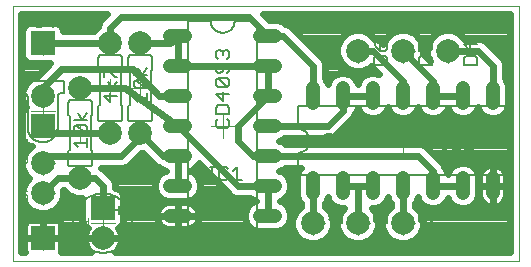
<source format=gbl>
G75*
%MOIN*%
%OFA0B0*%
%FSLAX25Y25*%
%IPPOS*%
%LPD*%
%AMOC8*
5,1,8,0,0,1.08239X$1,22.5*
%
%ADD10C,0.00000*%
%ADD11C,0.00300*%
%ADD12R,0.07874X0.07874*%
%ADD13C,0.00600*%
%ADD14C,0.02400*%
%ADD15C,0.07874*%
%ADD16C,0.00400*%
%ADD17C,0.00500*%
%ADD18C,0.04800*%
D10*
X0002200Y0002200D02*
X0002200Y0087161D01*
X0170901Y0087161D01*
X0170901Y0002200D01*
X0002200Y0002200D01*
X0012200Y0005731D02*
X0012200Y0013669D01*
X0008231Y0009700D02*
X0016169Y0009700D01*
X0028200Y0014700D02*
X0036200Y0014700D01*
X0032200Y0010700D02*
X0032200Y0018700D01*
X0016169Y0024700D02*
X0008231Y0024700D01*
X0012200Y0020731D02*
X0012200Y0028669D01*
X0012200Y0030700D02*
X0012200Y0038700D01*
X0008200Y0034700D02*
X0016200Y0034700D01*
X0024700Y0041767D02*
X0024700Y0047633D01*
X0021767Y0044700D02*
X0027633Y0044700D01*
X0016200Y0052200D02*
X0008200Y0052200D01*
X0012200Y0048200D02*
X0012200Y0056200D01*
X0031767Y0059700D02*
X0037633Y0059700D01*
X0041767Y0059700D02*
X0047633Y0059700D01*
X0044700Y0056767D02*
X0044700Y0062633D01*
X0034700Y0062633D02*
X0034700Y0056767D01*
X0012200Y0070700D02*
X0012200Y0078700D01*
X0008200Y0074700D02*
X0016200Y0074700D01*
X0068200Y0047200D02*
X0076200Y0047200D01*
X0072200Y0043200D02*
X0072200Y0051200D01*
X0113200Y0072200D02*
X0121200Y0072200D01*
X0117200Y0068200D02*
X0117200Y0076200D01*
X0128200Y0072200D02*
X0136200Y0072200D01*
X0132200Y0068200D02*
X0132200Y0076200D01*
X0143200Y0072200D02*
X0151200Y0072200D01*
X0147200Y0068200D02*
X0147200Y0076200D01*
X0132200Y0046200D02*
X0132200Y0038200D01*
X0128200Y0042200D02*
X0136200Y0042200D01*
X0132200Y0018700D02*
X0132200Y0010700D01*
X0128200Y0014700D02*
X0136200Y0014700D01*
X0121200Y0014700D02*
X0113200Y0014700D01*
X0117200Y0010700D02*
X0117200Y0018700D01*
X0106200Y0014700D02*
X0098200Y0014700D01*
X0102200Y0010700D02*
X0102200Y0018700D01*
D11*
X0101417Y0008553D02*
X0100800Y0008553D01*
X0101417Y0008553D02*
X0101417Y0004850D01*
X0100800Y0004850D02*
X0102035Y0004850D01*
X0103256Y0004850D02*
X0105107Y0004850D01*
X0105724Y0005467D01*
X0105107Y0006084D01*
X0103873Y0006084D01*
X0103256Y0006702D01*
X0103873Y0007319D01*
X0105724Y0007319D01*
X0099586Y0006702D02*
X0099586Y0004850D01*
X0097734Y0004850D01*
X0097117Y0005467D01*
X0097734Y0006084D01*
X0099586Y0006084D01*
X0099586Y0006702D02*
X0098969Y0007319D01*
X0097734Y0007319D01*
X0095903Y0007319D02*
X0094051Y0007319D01*
X0093434Y0006702D01*
X0093434Y0005467D01*
X0094051Y0004850D01*
X0095903Y0004850D01*
X0095903Y0008553D01*
X0092220Y0006702D02*
X0092220Y0006084D01*
X0089751Y0006084D01*
X0089751Y0005467D02*
X0089751Y0006702D01*
X0090368Y0007319D01*
X0091602Y0007319D01*
X0092220Y0006702D01*
X0090368Y0004850D02*
X0089751Y0005467D01*
X0090368Y0004850D02*
X0091602Y0004850D01*
X0088536Y0006702D02*
X0087919Y0006084D01*
X0086068Y0006084D01*
X0086068Y0004850D02*
X0086068Y0008553D01*
X0087919Y0008553D01*
X0088536Y0007936D01*
X0088536Y0006702D01*
X0081167Y0007319D02*
X0080550Y0007319D01*
X0079315Y0006084D01*
X0078101Y0006084D02*
X0078101Y0006702D01*
X0077484Y0007319D01*
X0076249Y0007319D01*
X0075632Y0006702D01*
X0075632Y0005467D01*
X0076249Y0004850D01*
X0077484Y0004850D01*
X0078101Y0006084D02*
X0075632Y0006084D01*
X0074418Y0004850D02*
X0072566Y0004850D01*
X0071949Y0005467D01*
X0071949Y0006702D01*
X0072566Y0007319D01*
X0074418Y0007319D01*
X0074418Y0008553D02*
X0074418Y0004850D01*
X0070734Y0005467D02*
X0070734Y0006702D01*
X0070117Y0007319D01*
X0068883Y0007319D01*
X0068266Y0006702D01*
X0068266Y0005467D01*
X0068883Y0004850D01*
X0070117Y0004850D01*
X0070734Y0005467D01*
X0067051Y0004850D02*
X0065200Y0004850D01*
X0064583Y0005467D01*
X0064583Y0006702D01*
X0065200Y0007319D01*
X0067051Y0007319D01*
X0063368Y0006702D02*
X0063368Y0005467D01*
X0062751Y0004850D01*
X0061517Y0004850D01*
X0060899Y0005467D01*
X0060899Y0006702D01*
X0061517Y0007319D01*
X0062751Y0007319D01*
X0063368Y0006702D01*
X0059685Y0006702D02*
X0059685Y0004850D01*
X0059685Y0006702D02*
X0059068Y0007319D01*
X0057216Y0007319D01*
X0057216Y0004850D01*
X0056002Y0006084D02*
X0053533Y0006084D01*
X0053533Y0005467D02*
X0053533Y0006702D01*
X0054150Y0007319D01*
X0055385Y0007319D01*
X0056002Y0006702D01*
X0056002Y0006084D01*
X0055385Y0004850D02*
X0054150Y0004850D01*
X0053533Y0005467D01*
X0052319Y0004850D02*
X0049850Y0008553D01*
X0052319Y0008553D02*
X0049850Y0004850D01*
X0079315Y0004850D02*
X0079315Y0007319D01*
X0144850Y0007936D02*
X0144850Y0005467D01*
X0147319Y0007936D01*
X0147319Y0005467D01*
X0146702Y0004850D01*
X0145467Y0004850D01*
X0144850Y0005467D01*
X0144850Y0007936D02*
X0145467Y0008553D01*
X0146702Y0008553D01*
X0147319Y0007936D01*
X0148533Y0007319D02*
X0149768Y0008553D01*
X0149768Y0004850D01*
X0151002Y0004850D02*
X0148533Y0004850D01*
X0152216Y0004850D02*
X0152833Y0004850D01*
X0152833Y0005467D01*
X0152216Y0005467D01*
X0152216Y0004850D01*
X0154058Y0004850D02*
X0156527Y0007319D01*
X0156527Y0007936D01*
X0155909Y0008553D01*
X0154675Y0008553D01*
X0154058Y0007936D01*
X0157741Y0007936D02*
X0157741Y0005467D01*
X0160210Y0007936D01*
X0160210Y0005467D01*
X0159593Y0004850D01*
X0158358Y0004850D01*
X0157741Y0005467D01*
X0156527Y0004850D02*
X0154058Y0004850D01*
X0157741Y0007936D02*
X0158358Y0008553D01*
X0159593Y0008553D01*
X0160210Y0007936D01*
X0161424Y0007319D02*
X0162659Y0008553D01*
X0162659Y0004850D01*
X0163893Y0004850D02*
X0161424Y0004850D01*
X0165107Y0004850D02*
X0165107Y0005467D01*
X0167576Y0007936D01*
X0167576Y0008553D01*
X0165107Y0008553D01*
X0164833Y0079850D02*
X0164216Y0079850D01*
X0164216Y0080467D01*
X0164833Y0080467D01*
X0164833Y0079850D01*
X0166057Y0080467D02*
X0168526Y0082936D01*
X0168526Y0080467D01*
X0167909Y0079850D01*
X0166675Y0079850D01*
X0166057Y0080467D01*
X0166057Y0082936D01*
X0166675Y0083553D01*
X0167909Y0083553D01*
X0168526Y0082936D01*
X0163002Y0079850D02*
X0160533Y0079850D01*
X0161767Y0079850D02*
X0161767Y0083553D01*
X0160533Y0082319D01*
X0159318Y0082319D02*
X0158084Y0079850D01*
X0156850Y0082319D01*
X0151952Y0081702D02*
X0151952Y0079850D01*
X0151952Y0081702D02*
X0151335Y0082319D01*
X0150100Y0082319D01*
X0149483Y0081702D01*
X0148269Y0082319D02*
X0146417Y0082319D01*
X0145800Y0081702D01*
X0145800Y0080467D01*
X0146417Y0079850D01*
X0148269Y0079850D01*
X0149483Y0079850D02*
X0149483Y0083553D01*
X0144579Y0082319D02*
X0143345Y0082319D01*
X0143962Y0082936D02*
X0143962Y0080467D01*
X0144579Y0079850D01*
X0142124Y0079850D02*
X0140889Y0079850D01*
X0141506Y0079850D02*
X0141506Y0082319D01*
X0140889Y0082319D01*
X0139675Y0082319D02*
X0139675Y0080467D01*
X0139058Y0079850D01*
X0138441Y0080467D01*
X0137823Y0079850D01*
X0137206Y0080467D01*
X0137206Y0082319D01*
X0135992Y0082936D02*
X0135375Y0083553D01*
X0134140Y0083553D01*
X0133523Y0082936D01*
X0133523Y0082319D01*
X0134140Y0081702D01*
X0135375Y0081702D01*
X0135992Y0081084D01*
X0135992Y0080467D01*
X0135375Y0079850D01*
X0134140Y0079850D01*
X0133523Y0080467D01*
X0128625Y0079850D02*
X0128625Y0083553D01*
X0128625Y0082319D02*
X0126774Y0082319D01*
X0126157Y0081702D01*
X0126157Y0080467D01*
X0126774Y0079850D01*
X0128625Y0079850D01*
X0124942Y0081084D02*
X0124942Y0081702D01*
X0124325Y0082319D01*
X0123091Y0082319D01*
X0122474Y0081702D01*
X0122474Y0080467D01*
X0123091Y0079850D01*
X0124325Y0079850D01*
X0124942Y0081084D02*
X0122474Y0081084D01*
X0121256Y0079850D02*
X0119404Y0081084D01*
X0121256Y0082319D01*
X0119404Y0083553D02*
X0119404Y0079850D01*
X0118190Y0079850D02*
X0116338Y0079850D01*
X0115721Y0080467D01*
X0115721Y0081702D01*
X0116338Y0082319D01*
X0118190Y0082319D01*
X0113883Y0082319D02*
X0113883Y0079850D01*
X0113266Y0079850D02*
X0114500Y0079850D01*
X0112051Y0079850D02*
X0112051Y0083553D01*
X0113266Y0082319D02*
X0113883Y0082319D01*
X0113883Y0083553D02*
X0113883Y0084170D01*
X0109583Y0083553D02*
X0109583Y0079850D01*
X0110817Y0081084D01*
X0112051Y0079850D01*
X0104685Y0080467D02*
X0104685Y0081702D01*
X0103451Y0081702D01*
X0104685Y0082936D02*
X0104068Y0083553D01*
X0102833Y0083553D01*
X0102216Y0082936D01*
X0102216Y0080467D01*
X0102833Y0079850D01*
X0104068Y0079850D01*
X0104685Y0080467D01*
X0101002Y0083553D02*
X0098533Y0083553D01*
X0097319Y0083553D02*
X0094850Y0083553D01*
X0096084Y0083553D02*
X0096084Y0079850D01*
X0099768Y0079850D02*
X0099768Y0083553D01*
X0141506Y0083553D02*
X0141506Y0084170D01*
D12*
X0032200Y0019700D03*
X0012200Y0009700D03*
X0012200Y0047200D03*
X0012200Y0074700D03*
D13*
X0011806Y0080000D02*
X0010338Y0080000D01*
X0009604Y0080734D01*
X0010338Y0082202D02*
X0012540Y0082202D01*
X0012540Y0080734D02*
X0012540Y0083670D01*
X0011806Y0084404D01*
X0010338Y0084404D01*
X0009604Y0083670D01*
X0009604Y0082936D01*
X0010338Y0082202D01*
X0007936Y0082202D02*
X0005000Y0082202D01*
X0006468Y0083670D02*
X0006468Y0080734D01*
X0011806Y0080000D02*
X0012540Y0080734D01*
X0014208Y0081468D02*
X0015676Y0080000D01*
X0017144Y0081468D01*
X0017144Y0084404D01*
X0014208Y0084404D02*
X0014208Y0081468D01*
X0031700Y0070763D02*
X0037700Y0070763D01*
X0037760Y0070761D01*
X0037821Y0070756D01*
X0037880Y0070747D01*
X0037939Y0070734D01*
X0037998Y0070718D01*
X0038055Y0070698D01*
X0038110Y0070675D01*
X0038165Y0070648D01*
X0038217Y0070619D01*
X0038268Y0070586D01*
X0038317Y0070550D01*
X0038363Y0070512D01*
X0038407Y0070470D01*
X0038449Y0070426D01*
X0038487Y0070380D01*
X0038523Y0070331D01*
X0038556Y0070280D01*
X0038585Y0070228D01*
X0038612Y0070173D01*
X0038635Y0070118D01*
X0038655Y0070061D01*
X0038671Y0070002D01*
X0038684Y0069943D01*
X0038693Y0069884D01*
X0038698Y0069823D01*
X0038700Y0069763D01*
X0038700Y0065763D01*
X0038200Y0065263D01*
X0038200Y0054137D01*
X0038700Y0053637D01*
X0038700Y0049637D01*
X0038698Y0049577D01*
X0038693Y0049516D01*
X0038684Y0049457D01*
X0038671Y0049398D01*
X0038655Y0049339D01*
X0038635Y0049282D01*
X0038612Y0049227D01*
X0038585Y0049172D01*
X0038556Y0049120D01*
X0038523Y0049069D01*
X0038487Y0049020D01*
X0038449Y0048974D01*
X0038407Y0048930D01*
X0038363Y0048888D01*
X0038317Y0048850D01*
X0038268Y0048814D01*
X0038217Y0048781D01*
X0038165Y0048752D01*
X0038110Y0048725D01*
X0038055Y0048702D01*
X0037998Y0048682D01*
X0037939Y0048666D01*
X0037880Y0048653D01*
X0037821Y0048644D01*
X0037760Y0048639D01*
X0037700Y0048637D01*
X0031700Y0048637D01*
X0031640Y0048639D01*
X0031579Y0048644D01*
X0031520Y0048653D01*
X0031461Y0048666D01*
X0031402Y0048682D01*
X0031345Y0048702D01*
X0031290Y0048725D01*
X0031235Y0048752D01*
X0031183Y0048781D01*
X0031132Y0048814D01*
X0031083Y0048850D01*
X0031037Y0048888D01*
X0030993Y0048930D01*
X0030951Y0048974D01*
X0030913Y0049020D01*
X0030877Y0049069D01*
X0030844Y0049120D01*
X0030815Y0049172D01*
X0030788Y0049227D01*
X0030765Y0049282D01*
X0030745Y0049339D01*
X0030729Y0049398D01*
X0030716Y0049457D01*
X0030707Y0049516D01*
X0030702Y0049577D01*
X0030700Y0049637D01*
X0030700Y0053637D01*
X0031200Y0054137D01*
X0031200Y0065263D01*
X0030700Y0065763D01*
X0030700Y0069763D01*
X0030702Y0069823D01*
X0030707Y0069884D01*
X0030716Y0069943D01*
X0030729Y0070002D01*
X0030745Y0070061D01*
X0030765Y0070118D01*
X0030788Y0070173D01*
X0030815Y0070228D01*
X0030844Y0070280D01*
X0030877Y0070331D01*
X0030913Y0070380D01*
X0030951Y0070426D01*
X0030993Y0070470D01*
X0031037Y0070512D01*
X0031083Y0070550D01*
X0031132Y0070586D01*
X0031183Y0070619D01*
X0031235Y0070648D01*
X0031290Y0070675D01*
X0031345Y0070698D01*
X0031402Y0070718D01*
X0031461Y0070734D01*
X0031520Y0070747D01*
X0031579Y0070756D01*
X0031640Y0070761D01*
X0031700Y0070763D01*
X0032496Y0066376D02*
X0033230Y0066376D01*
X0036166Y0063441D01*
X0036900Y0063441D01*
X0036900Y0061806D02*
X0035432Y0059604D01*
X0033964Y0061806D01*
X0032496Y0063441D02*
X0032496Y0066376D01*
X0040700Y0065763D02*
X0040700Y0069763D01*
X0040702Y0069823D01*
X0040707Y0069884D01*
X0040716Y0069943D01*
X0040729Y0070002D01*
X0040745Y0070061D01*
X0040765Y0070118D01*
X0040788Y0070173D01*
X0040815Y0070228D01*
X0040844Y0070280D01*
X0040877Y0070331D01*
X0040913Y0070380D01*
X0040951Y0070426D01*
X0040993Y0070470D01*
X0041037Y0070512D01*
X0041083Y0070550D01*
X0041132Y0070586D01*
X0041183Y0070619D01*
X0041235Y0070648D01*
X0041290Y0070675D01*
X0041345Y0070698D01*
X0041402Y0070718D01*
X0041461Y0070734D01*
X0041520Y0070747D01*
X0041579Y0070756D01*
X0041640Y0070761D01*
X0041700Y0070763D01*
X0047700Y0070763D01*
X0047760Y0070761D01*
X0047821Y0070756D01*
X0047880Y0070747D01*
X0047939Y0070734D01*
X0047998Y0070718D01*
X0048055Y0070698D01*
X0048110Y0070675D01*
X0048165Y0070648D01*
X0048217Y0070619D01*
X0048268Y0070586D01*
X0048317Y0070550D01*
X0048363Y0070512D01*
X0048407Y0070470D01*
X0048449Y0070426D01*
X0048487Y0070380D01*
X0048523Y0070331D01*
X0048556Y0070280D01*
X0048585Y0070228D01*
X0048612Y0070173D01*
X0048635Y0070118D01*
X0048655Y0070061D01*
X0048671Y0070002D01*
X0048684Y0069943D01*
X0048693Y0069884D01*
X0048698Y0069823D01*
X0048700Y0069763D01*
X0048700Y0065763D01*
X0048200Y0065263D01*
X0048200Y0054137D01*
X0048700Y0053637D01*
X0048700Y0049637D01*
X0048698Y0049577D01*
X0048693Y0049516D01*
X0048684Y0049457D01*
X0048671Y0049398D01*
X0048655Y0049339D01*
X0048635Y0049282D01*
X0048612Y0049227D01*
X0048585Y0049172D01*
X0048556Y0049120D01*
X0048523Y0049069D01*
X0048487Y0049020D01*
X0048449Y0048974D01*
X0048407Y0048930D01*
X0048363Y0048888D01*
X0048317Y0048850D01*
X0048268Y0048814D01*
X0048217Y0048781D01*
X0048165Y0048752D01*
X0048110Y0048725D01*
X0048055Y0048702D01*
X0047998Y0048682D01*
X0047939Y0048666D01*
X0047880Y0048653D01*
X0047821Y0048644D01*
X0047760Y0048639D01*
X0047700Y0048637D01*
X0041700Y0048637D01*
X0041640Y0048639D01*
X0041579Y0048644D01*
X0041520Y0048653D01*
X0041461Y0048666D01*
X0041402Y0048682D01*
X0041345Y0048702D01*
X0041290Y0048725D01*
X0041235Y0048752D01*
X0041183Y0048781D01*
X0041132Y0048814D01*
X0041083Y0048850D01*
X0041037Y0048888D01*
X0040993Y0048930D01*
X0040951Y0048974D01*
X0040913Y0049020D01*
X0040877Y0049069D01*
X0040844Y0049120D01*
X0040815Y0049172D01*
X0040788Y0049227D01*
X0040765Y0049282D01*
X0040745Y0049339D01*
X0040729Y0049398D01*
X0040716Y0049457D01*
X0040707Y0049516D01*
X0040702Y0049577D01*
X0040700Y0049637D01*
X0040700Y0053637D01*
X0041200Y0054137D01*
X0041200Y0065263D01*
X0040700Y0065763D01*
X0042496Y0064208D02*
X0046900Y0064208D01*
X0045432Y0064208D02*
X0043964Y0066410D01*
X0045432Y0064208D02*
X0046900Y0066410D01*
X0046166Y0062540D02*
X0043230Y0062540D01*
X0046166Y0059604D01*
X0046900Y0060338D01*
X0046900Y0061806D01*
X0046166Y0062540D01*
X0043230Y0062540D02*
X0042496Y0061806D01*
X0042496Y0060338D01*
X0043230Y0059604D01*
X0046166Y0059604D01*
X0046900Y0057936D02*
X0046900Y0055000D01*
X0043964Y0055000D02*
X0042496Y0056468D01*
X0046900Y0056468D01*
X0036900Y0057202D02*
X0032496Y0057202D01*
X0034698Y0055000D01*
X0034698Y0057936D01*
X0036900Y0059604D02*
X0032496Y0059604D01*
X0027700Y0055763D02*
X0021700Y0055763D01*
X0021640Y0055761D01*
X0021579Y0055756D01*
X0021520Y0055747D01*
X0021461Y0055734D01*
X0021402Y0055718D01*
X0021345Y0055698D01*
X0021290Y0055675D01*
X0021235Y0055648D01*
X0021183Y0055619D01*
X0021132Y0055586D01*
X0021083Y0055550D01*
X0021037Y0055512D01*
X0020993Y0055470D01*
X0020951Y0055426D01*
X0020913Y0055380D01*
X0020877Y0055331D01*
X0020844Y0055280D01*
X0020815Y0055228D01*
X0020788Y0055173D01*
X0020765Y0055118D01*
X0020745Y0055061D01*
X0020729Y0055002D01*
X0020716Y0054943D01*
X0020707Y0054884D01*
X0020702Y0054823D01*
X0020700Y0054763D01*
X0020700Y0050763D01*
X0021200Y0050263D01*
X0021200Y0039137D01*
X0020700Y0038637D01*
X0020700Y0034637D01*
X0020702Y0034577D01*
X0020707Y0034516D01*
X0020716Y0034457D01*
X0020729Y0034398D01*
X0020745Y0034339D01*
X0020765Y0034282D01*
X0020788Y0034227D01*
X0020815Y0034172D01*
X0020844Y0034120D01*
X0020877Y0034069D01*
X0020913Y0034020D01*
X0020951Y0033974D01*
X0020993Y0033930D01*
X0021037Y0033888D01*
X0021083Y0033850D01*
X0021132Y0033814D01*
X0021183Y0033781D01*
X0021235Y0033752D01*
X0021290Y0033725D01*
X0021345Y0033702D01*
X0021402Y0033682D01*
X0021461Y0033666D01*
X0021520Y0033653D01*
X0021579Y0033644D01*
X0021640Y0033639D01*
X0021700Y0033637D01*
X0027700Y0033637D01*
X0027760Y0033639D01*
X0027821Y0033644D01*
X0027880Y0033653D01*
X0027939Y0033666D01*
X0027998Y0033682D01*
X0028055Y0033702D01*
X0028110Y0033725D01*
X0028165Y0033752D01*
X0028217Y0033781D01*
X0028268Y0033814D01*
X0028317Y0033850D01*
X0028363Y0033888D01*
X0028407Y0033930D01*
X0028449Y0033974D01*
X0028487Y0034020D01*
X0028523Y0034069D01*
X0028556Y0034120D01*
X0028585Y0034172D01*
X0028612Y0034227D01*
X0028635Y0034282D01*
X0028655Y0034339D01*
X0028671Y0034398D01*
X0028684Y0034457D01*
X0028693Y0034516D01*
X0028698Y0034577D01*
X0028700Y0034637D01*
X0028700Y0038637D01*
X0028200Y0039137D01*
X0028200Y0050263D01*
X0028700Y0050763D01*
X0028700Y0054763D01*
X0028698Y0054823D01*
X0028693Y0054884D01*
X0028684Y0054943D01*
X0028671Y0055002D01*
X0028655Y0055061D01*
X0028635Y0055118D01*
X0028612Y0055173D01*
X0028585Y0055228D01*
X0028556Y0055280D01*
X0028523Y0055331D01*
X0028487Y0055380D01*
X0028449Y0055426D01*
X0028407Y0055470D01*
X0028363Y0055512D01*
X0028317Y0055550D01*
X0028268Y0055586D01*
X0028217Y0055619D01*
X0028165Y0055648D01*
X0028110Y0055675D01*
X0028055Y0055698D01*
X0027998Y0055718D01*
X0027939Y0055734D01*
X0027880Y0055747D01*
X0027821Y0055756D01*
X0027760Y0055761D01*
X0027700Y0055763D01*
X0026900Y0051410D02*
X0025432Y0049208D01*
X0023964Y0051410D01*
X0022496Y0049208D02*
X0026900Y0049208D01*
X0026166Y0047540D02*
X0023230Y0047540D01*
X0026166Y0044604D01*
X0026900Y0045338D01*
X0026900Y0046806D01*
X0026166Y0047540D01*
X0023230Y0047540D02*
X0022496Y0046806D01*
X0022496Y0045338D01*
X0023230Y0044604D01*
X0026166Y0044604D01*
X0026900Y0042936D02*
X0026900Y0040000D01*
X0026900Y0041468D02*
X0022496Y0041468D01*
X0023964Y0040000D01*
X0042496Y0023332D02*
X0042496Y0020396D01*
X0046900Y0020396D01*
X0044698Y0020396D02*
X0044698Y0021864D01*
X0038800Y0019200D02*
X0036300Y0019200D01*
X0037600Y0017900D02*
X0037600Y0020500D01*
X0043964Y0018728D02*
X0046900Y0018728D01*
X0046900Y0016526D01*
X0046166Y0015792D01*
X0043964Y0015792D01*
X0046900Y0014124D02*
X0046900Y0011188D01*
X0043964Y0011188D02*
X0042496Y0012656D01*
X0046900Y0012656D01*
X0046900Y0009620D02*
X0046900Y0008886D01*
X0046166Y0008886D01*
X0046166Y0009620D01*
X0046900Y0009620D01*
X0046166Y0007218D02*
X0043230Y0007218D01*
X0046166Y0004282D01*
X0046900Y0005016D01*
X0046900Y0006484D01*
X0046166Y0007218D01*
X0043230Y0007218D02*
X0042496Y0006484D01*
X0042496Y0005016D01*
X0043230Y0004282D01*
X0046166Y0004282D01*
X0060700Y0012200D02*
X0083700Y0012200D01*
X0083700Y0082200D01*
X0076200Y0082200D01*
X0076198Y0082074D01*
X0076192Y0081949D01*
X0076182Y0081824D01*
X0076168Y0081699D01*
X0076151Y0081574D01*
X0076129Y0081450D01*
X0076104Y0081327D01*
X0076074Y0081205D01*
X0076041Y0081084D01*
X0076004Y0080964D01*
X0075964Y0080845D01*
X0075919Y0080728D01*
X0075871Y0080611D01*
X0075819Y0080497D01*
X0075764Y0080384D01*
X0075705Y0080273D01*
X0075643Y0080164D01*
X0075577Y0080057D01*
X0075508Y0079952D01*
X0075436Y0079849D01*
X0075361Y0079748D01*
X0075282Y0079650D01*
X0075200Y0079555D01*
X0075116Y0079462D01*
X0075028Y0079372D01*
X0074938Y0079284D01*
X0074845Y0079200D01*
X0074750Y0079118D01*
X0074652Y0079039D01*
X0074551Y0078964D01*
X0074448Y0078892D01*
X0074343Y0078823D01*
X0074236Y0078757D01*
X0074127Y0078695D01*
X0074016Y0078636D01*
X0073903Y0078581D01*
X0073789Y0078529D01*
X0073672Y0078481D01*
X0073555Y0078436D01*
X0073436Y0078396D01*
X0073316Y0078359D01*
X0073195Y0078326D01*
X0073073Y0078296D01*
X0072950Y0078271D01*
X0072826Y0078249D01*
X0072701Y0078232D01*
X0072576Y0078218D01*
X0072451Y0078208D01*
X0072326Y0078202D01*
X0072200Y0078200D01*
X0072074Y0078202D01*
X0071949Y0078208D01*
X0071824Y0078218D01*
X0071699Y0078232D01*
X0071574Y0078249D01*
X0071450Y0078271D01*
X0071327Y0078296D01*
X0071205Y0078326D01*
X0071084Y0078359D01*
X0070964Y0078396D01*
X0070845Y0078436D01*
X0070728Y0078481D01*
X0070611Y0078529D01*
X0070497Y0078581D01*
X0070384Y0078636D01*
X0070273Y0078695D01*
X0070164Y0078757D01*
X0070057Y0078823D01*
X0069952Y0078892D01*
X0069849Y0078964D01*
X0069748Y0079039D01*
X0069650Y0079118D01*
X0069555Y0079200D01*
X0069462Y0079284D01*
X0069372Y0079372D01*
X0069284Y0079462D01*
X0069200Y0079555D01*
X0069118Y0079650D01*
X0069039Y0079748D01*
X0068964Y0079849D01*
X0068892Y0079952D01*
X0068823Y0080057D01*
X0068757Y0080164D01*
X0068695Y0080273D01*
X0068636Y0080384D01*
X0068581Y0080497D01*
X0068529Y0080611D01*
X0068481Y0080728D01*
X0068436Y0080845D01*
X0068396Y0080964D01*
X0068359Y0081084D01*
X0068326Y0081205D01*
X0068296Y0081327D01*
X0068271Y0081450D01*
X0068249Y0081574D01*
X0068232Y0081699D01*
X0068218Y0081824D01*
X0068208Y0081949D01*
X0068202Y0082074D01*
X0068200Y0082200D01*
X0060700Y0082200D01*
X0060700Y0012200D01*
X0022357Y0014700D02*
X0022360Y0014942D01*
X0022369Y0015183D01*
X0022384Y0015424D01*
X0022404Y0015665D01*
X0022431Y0015905D01*
X0022464Y0016144D01*
X0022502Y0016383D01*
X0022546Y0016620D01*
X0022596Y0016857D01*
X0022652Y0017092D01*
X0022714Y0017325D01*
X0022781Y0017557D01*
X0022854Y0017788D01*
X0022932Y0018016D01*
X0023017Y0018242D01*
X0023106Y0018467D01*
X0023201Y0018689D01*
X0023302Y0018908D01*
X0023408Y0019126D01*
X0023519Y0019340D01*
X0023636Y0019552D01*
X0023757Y0019760D01*
X0023884Y0019966D01*
X0024016Y0020168D01*
X0024153Y0020368D01*
X0024294Y0020563D01*
X0024440Y0020756D01*
X0024591Y0020944D01*
X0024747Y0021129D01*
X0024907Y0021310D01*
X0025071Y0021487D01*
X0025240Y0021660D01*
X0025413Y0021829D01*
X0025590Y0021993D01*
X0025771Y0022153D01*
X0025956Y0022309D01*
X0026144Y0022460D01*
X0026337Y0022606D01*
X0026532Y0022747D01*
X0026732Y0022884D01*
X0026934Y0023016D01*
X0027140Y0023143D01*
X0027348Y0023264D01*
X0027560Y0023381D01*
X0027774Y0023492D01*
X0027992Y0023598D01*
X0028211Y0023699D01*
X0028433Y0023794D01*
X0028658Y0023883D01*
X0028884Y0023968D01*
X0029112Y0024046D01*
X0029343Y0024119D01*
X0029575Y0024186D01*
X0029808Y0024248D01*
X0030043Y0024304D01*
X0030280Y0024354D01*
X0030517Y0024398D01*
X0030756Y0024436D01*
X0030995Y0024469D01*
X0031235Y0024496D01*
X0031476Y0024516D01*
X0031717Y0024531D01*
X0031958Y0024540D01*
X0032200Y0024543D01*
X0032442Y0024540D01*
X0032683Y0024531D01*
X0032924Y0024516D01*
X0033165Y0024496D01*
X0033405Y0024469D01*
X0033644Y0024436D01*
X0033883Y0024398D01*
X0034120Y0024354D01*
X0034357Y0024304D01*
X0034592Y0024248D01*
X0034825Y0024186D01*
X0035057Y0024119D01*
X0035288Y0024046D01*
X0035516Y0023968D01*
X0035742Y0023883D01*
X0035967Y0023794D01*
X0036189Y0023699D01*
X0036408Y0023598D01*
X0036626Y0023492D01*
X0036840Y0023381D01*
X0037052Y0023264D01*
X0037260Y0023143D01*
X0037466Y0023016D01*
X0037668Y0022884D01*
X0037868Y0022747D01*
X0038063Y0022606D01*
X0038256Y0022460D01*
X0038444Y0022309D01*
X0038629Y0022153D01*
X0038810Y0021993D01*
X0038987Y0021829D01*
X0039160Y0021660D01*
X0039329Y0021487D01*
X0039493Y0021310D01*
X0039653Y0021129D01*
X0039809Y0020944D01*
X0039960Y0020756D01*
X0040106Y0020563D01*
X0040247Y0020368D01*
X0040384Y0020168D01*
X0040516Y0019966D01*
X0040643Y0019760D01*
X0040764Y0019552D01*
X0040881Y0019340D01*
X0040992Y0019126D01*
X0041098Y0018908D01*
X0041199Y0018689D01*
X0041294Y0018467D01*
X0041383Y0018242D01*
X0041468Y0018016D01*
X0041546Y0017788D01*
X0041619Y0017557D01*
X0041686Y0017325D01*
X0041748Y0017092D01*
X0041804Y0016857D01*
X0041854Y0016620D01*
X0041898Y0016383D01*
X0041936Y0016144D01*
X0041969Y0015905D01*
X0041996Y0015665D01*
X0042016Y0015424D01*
X0042031Y0015183D01*
X0042040Y0014942D01*
X0042043Y0014700D01*
X0042040Y0014458D01*
X0042031Y0014217D01*
X0042016Y0013976D01*
X0041996Y0013735D01*
X0041969Y0013495D01*
X0041936Y0013256D01*
X0041898Y0013017D01*
X0041854Y0012780D01*
X0041804Y0012543D01*
X0041748Y0012308D01*
X0041686Y0012075D01*
X0041619Y0011843D01*
X0041546Y0011612D01*
X0041468Y0011384D01*
X0041383Y0011158D01*
X0041294Y0010933D01*
X0041199Y0010711D01*
X0041098Y0010492D01*
X0040992Y0010274D01*
X0040881Y0010060D01*
X0040764Y0009848D01*
X0040643Y0009640D01*
X0040516Y0009434D01*
X0040384Y0009232D01*
X0040247Y0009032D01*
X0040106Y0008837D01*
X0039960Y0008644D01*
X0039809Y0008456D01*
X0039653Y0008271D01*
X0039493Y0008090D01*
X0039329Y0007913D01*
X0039160Y0007740D01*
X0038987Y0007571D01*
X0038810Y0007407D01*
X0038629Y0007247D01*
X0038444Y0007091D01*
X0038256Y0006940D01*
X0038063Y0006794D01*
X0037868Y0006653D01*
X0037668Y0006516D01*
X0037466Y0006384D01*
X0037260Y0006257D01*
X0037052Y0006136D01*
X0036840Y0006019D01*
X0036626Y0005908D01*
X0036408Y0005802D01*
X0036189Y0005701D01*
X0035967Y0005606D01*
X0035742Y0005517D01*
X0035516Y0005432D01*
X0035288Y0005354D01*
X0035057Y0005281D01*
X0034825Y0005214D01*
X0034592Y0005152D01*
X0034357Y0005096D01*
X0034120Y0005046D01*
X0033883Y0005002D01*
X0033644Y0004964D01*
X0033405Y0004931D01*
X0033165Y0004904D01*
X0032924Y0004884D01*
X0032683Y0004869D01*
X0032442Y0004860D01*
X0032200Y0004857D01*
X0031958Y0004860D01*
X0031717Y0004869D01*
X0031476Y0004884D01*
X0031235Y0004904D01*
X0030995Y0004931D01*
X0030756Y0004964D01*
X0030517Y0005002D01*
X0030280Y0005046D01*
X0030043Y0005096D01*
X0029808Y0005152D01*
X0029575Y0005214D01*
X0029343Y0005281D01*
X0029112Y0005354D01*
X0028884Y0005432D01*
X0028658Y0005517D01*
X0028433Y0005606D01*
X0028211Y0005701D01*
X0027992Y0005802D01*
X0027774Y0005908D01*
X0027560Y0006019D01*
X0027348Y0006136D01*
X0027140Y0006257D01*
X0026934Y0006384D01*
X0026732Y0006516D01*
X0026532Y0006653D01*
X0026337Y0006794D01*
X0026144Y0006940D01*
X0025956Y0007091D01*
X0025771Y0007247D01*
X0025590Y0007407D01*
X0025413Y0007571D01*
X0025240Y0007740D01*
X0025071Y0007913D01*
X0024907Y0008090D01*
X0024747Y0008271D01*
X0024591Y0008456D01*
X0024440Y0008644D01*
X0024294Y0008837D01*
X0024153Y0009032D01*
X0024016Y0009232D01*
X0023884Y0009434D01*
X0023757Y0009640D01*
X0023636Y0009848D01*
X0023519Y0010060D01*
X0023408Y0010274D01*
X0023302Y0010492D01*
X0023201Y0010711D01*
X0023106Y0010933D01*
X0023017Y0011158D01*
X0022932Y0011384D01*
X0022854Y0011612D01*
X0022781Y0011843D01*
X0022714Y0012075D01*
X0022652Y0012308D01*
X0022596Y0012543D01*
X0022546Y0012780D01*
X0022502Y0013017D01*
X0022464Y0013256D01*
X0022431Y0013495D01*
X0022404Y0013735D01*
X0022384Y0013976D01*
X0022369Y0014217D01*
X0022360Y0014458D01*
X0022357Y0014700D01*
X0097200Y0030700D02*
X0097200Y0038200D01*
X0097326Y0038202D01*
X0097451Y0038208D01*
X0097576Y0038218D01*
X0097701Y0038232D01*
X0097826Y0038249D01*
X0097950Y0038271D01*
X0098073Y0038296D01*
X0098195Y0038326D01*
X0098316Y0038359D01*
X0098436Y0038396D01*
X0098555Y0038436D01*
X0098672Y0038481D01*
X0098789Y0038529D01*
X0098903Y0038581D01*
X0099016Y0038636D01*
X0099127Y0038695D01*
X0099236Y0038757D01*
X0099343Y0038823D01*
X0099448Y0038892D01*
X0099551Y0038964D01*
X0099652Y0039039D01*
X0099750Y0039118D01*
X0099845Y0039200D01*
X0099938Y0039284D01*
X0100028Y0039372D01*
X0100116Y0039462D01*
X0100200Y0039555D01*
X0100282Y0039650D01*
X0100361Y0039748D01*
X0100436Y0039849D01*
X0100508Y0039952D01*
X0100577Y0040057D01*
X0100643Y0040164D01*
X0100705Y0040273D01*
X0100764Y0040384D01*
X0100819Y0040497D01*
X0100871Y0040611D01*
X0100919Y0040728D01*
X0100964Y0040845D01*
X0101004Y0040964D01*
X0101041Y0041084D01*
X0101074Y0041205D01*
X0101104Y0041327D01*
X0101129Y0041450D01*
X0101151Y0041574D01*
X0101168Y0041699D01*
X0101182Y0041824D01*
X0101192Y0041949D01*
X0101198Y0042074D01*
X0101200Y0042200D01*
X0101198Y0042326D01*
X0101192Y0042451D01*
X0101182Y0042576D01*
X0101168Y0042701D01*
X0101151Y0042826D01*
X0101129Y0042950D01*
X0101104Y0043073D01*
X0101074Y0043195D01*
X0101041Y0043316D01*
X0101004Y0043436D01*
X0100964Y0043555D01*
X0100919Y0043672D01*
X0100871Y0043789D01*
X0100819Y0043903D01*
X0100764Y0044016D01*
X0100705Y0044127D01*
X0100643Y0044236D01*
X0100577Y0044343D01*
X0100508Y0044448D01*
X0100436Y0044551D01*
X0100361Y0044652D01*
X0100282Y0044750D01*
X0100200Y0044845D01*
X0100116Y0044938D01*
X0100028Y0045028D01*
X0099938Y0045116D01*
X0099845Y0045200D01*
X0099750Y0045282D01*
X0099652Y0045361D01*
X0099551Y0045436D01*
X0099448Y0045508D01*
X0099343Y0045577D01*
X0099236Y0045643D01*
X0099127Y0045705D01*
X0099016Y0045764D01*
X0098903Y0045819D01*
X0098789Y0045871D01*
X0098672Y0045919D01*
X0098555Y0045964D01*
X0098436Y0046004D01*
X0098316Y0046041D01*
X0098195Y0046074D01*
X0098073Y0046104D01*
X0097950Y0046129D01*
X0097826Y0046151D01*
X0097701Y0046168D01*
X0097576Y0046182D01*
X0097451Y0046192D01*
X0097326Y0046198D01*
X0097200Y0046200D01*
X0097200Y0053700D01*
X0167200Y0053700D01*
X0167200Y0030700D01*
X0097200Y0030700D01*
X0111900Y0017540D02*
X0111900Y0014604D01*
X0111900Y0016072D02*
X0107496Y0016072D01*
X0108964Y0014604D01*
X0108230Y0012936D02*
X0107496Y0012202D01*
X0107496Y0010000D01*
X0111900Y0010000D01*
X0111900Y0012202D01*
X0111166Y0012936D01*
X0108230Y0012936D01*
X0122496Y0012202D02*
X0122496Y0010000D01*
X0126900Y0010000D01*
X0126900Y0012202D01*
X0126166Y0012936D01*
X0123230Y0012936D01*
X0122496Y0012202D01*
X0123230Y0014604D02*
X0122496Y0015338D01*
X0122496Y0016806D01*
X0123230Y0017540D01*
X0123964Y0017540D01*
X0126900Y0014604D01*
X0126900Y0017540D01*
X0137496Y0016806D02*
X0137496Y0015338D01*
X0138230Y0014604D01*
X0139698Y0016072D02*
X0139698Y0016806D01*
X0140432Y0017540D01*
X0141166Y0017540D01*
X0141900Y0016806D01*
X0141900Y0015338D01*
X0141166Y0014604D01*
X0141166Y0012936D02*
X0138230Y0012936D01*
X0137496Y0012202D01*
X0137496Y0010000D01*
X0141900Y0010000D01*
X0141900Y0012202D01*
X0141166Y0012936D01*
X0139698Y0016806D02*
X0138964Y0017540D01*
X0138230Y0017540D01*
X0137496Y0016806D01*
X0137496Y0067500D02*
X0137496Y0069702D01*
X0138230Y0070436D01*
X0141166Y0070436D01*
X0141900Y0069702D01*
X0141900Y0067500D01*
X0137496Y0067500D01*
X0137496Y0072104D02*
X0139698Y0072104D01*
X0138964Y0073572D01*
X0138964Y0074306D01*
X0139698Y0075040D01*
X0141166Y0075040D01*
X0141900Y0074306D01*
X0141900Y0072838D01*
X0141166Y0072104D01*
X0137496Y0072104D02*
X0137496Y0075040D01*
X0126900Y0074306D02*
X0126900Y0072838D01*
X0126166Y0072104D01*
X0124698Y0072104D01*
X0124698Y0074306D01*
X0125432Y0075040D01*
X0126166Y0075040D01*
X0126900Y0074306D01*
X0124698Y0072104D02*
X0123230Y0073572D01*
X0122496Y0075040D01*
X0123230Y0070436D02*
X0122496Y0069702D01*
X0122496Y0067500D01*
X0126900Y0067500D01*
X0126900Y0069702D01*
X0126166Y0070436D01*
X0123230Y0070436D01*
X0152496Y0069702D02*
X0152496Y0067500D01*
X0156900Y0067500D01*
X0156900Y0069702D01*
X0156166Y0070436D01*
X0153230Y0070436D01*
X0152496Y0069702D01*
X0154698Y0072104D02*
X0154698Y0075040D01*
X0152496Y0074306D02*
X0154698Y0072104D01*
X0156900Y0074306D02*
X0152496Y0074306D01*
D14*
X0152728Y0076200D02*
X0151016Y0077911D01*
X0148540Y0078937D01*
X0145860Y0078937D01*
X0143384Y0077911D01*
X0141489Y0076016D01*
X0140463Y0073540D01*
X0140463Y0070860D01*
X0141358Y0068699D01*
X0138937Y0071120D01*
X0138937Y0073540D01*
X0137911Y0076016D01*
X0136016Y0077911D01*
X0133540Y0078937D01*
X0130860Y0078937D01*
X0128384Y0077911D01*
X0126489Y0076016D01*
X0125772Y0074285D01*
X0124466Y0075591D01*
X0122996Y0076200D01*
X0122728Y0076200D01*
X0121016Y0077911D01*
X0118540Y0078937D01*
X0115860Y0078937D01*
X0113384Y0077911D01*
X0111489Y0076016D01*
X0110463Y0073540D01*
X0110463Y0070860D01*
X0111489Y0068384D01*
X0113384Y0066489D01*
X0115860Y0065463D01*
X0118540Y0065463D01*
X0121016Y0066489D01*
X0121635Y0067108D01*
X0124444Y0064299D01*
X0123234Y0064800D01*
X0121166Y0064800D01*
X0119254Y0064008D01*
X0117792Y0062546D01*
X0117234Y0061200D01*
X0117166Y0061200D01*
X0116608Y0062546D01*
X0115146Y0064008D01*
X0113234Y0064800D01*
X0111166Y0064800D01*
X0109254Y0064008D01*
X0107792Y0062546D01*
X0107200Y0061117D01*
X0106608Y0062546D01*
X0106200Y0062954D01*
X0106200Y0067996D01*
X0105591Y0069466D01*
X0095591Y0079466D01*
X0094466Y0080591D01*
X0092996Y0081200D01*
X0092954Y0081200D01*
X0092546Y0081608D01*
X0090634Y0082400D01*
X0087657Y0082400D01*
X0085696Y0084361D01*
X0168101Y0084361D01*
X0168101Y0005000D01*
X0036172Y0005000D01*
X0036198Y0005019D01*
X0036881Y0005702D01*
X0037449Y0006484D01*
X0037887Y0007344D01*
X0038186Y0008263D01*
X0038337Y0009217D01*
X0038337Y0009700D01*
X0038337Y0010183D01*
X0038186Y0011137D01*
X0037887Y0012056D01*
X0037449Y0012916D01*
X0037248Y0013193D01*
X0037723Y0013389D01*
X0038511Y0014177D01*
X0038937Y0015206D01*
X0038937Y0024194D01*
X0038511Y0025223D01*
X0037723Y0026011D01*
X0036694Y0026437D01*
X0036200Y0026437D01*
X0036200Y0027996D01*
X0035591Y0029466D01*
X0033091Y0031966D01*
X0031966Y0033091D01*
X0031703Y0033200D01*
X0039246Y0033200D01*
X0040716Y0033809D01*
X0044870Y0037963D01*
X0045780Y0037963D01*
X0049934Y0033809D01*
X0051404Y0033200D01*
X0051446Y0033200D01*
X0051854Y0032792D01*
X0053200Y0032234D01*
X0053200Y0032166D01*
X0051854Y0031608D01*
X0050392Y0030146D01*
X0049600Y0028234D01*
X0049600Y0026166D01*
X0050392Y0024254D01*
X0051854Y0022792D01*
X0053766Y0022000D01*
X0060634Y0022000D01*
X0062546Y0022792D01*
X0064008Y0024254D01*
X0064800Y0026166D01*
X0064800Y0028234D01*
X0064008Y0030146D01*
X0062546Y0031608D01*
X0061200Y0032166D01*
X0061200Y0032234D01*
X0062546Y0032792D01*
X0064008Y0034254D01*
X0064149Y0034594D01*
X0074934Y0023809D01*
X0076404Y0023200D01*
X0081446Y0023200D01*
X0081854Y0022792D01*
X0083200Y0022234D01*
X0083200Y0022166D01*
X0081854Y0021608D01*
X0080392Y0020146D01*
X0079600Y0018234D01*
X0079600Y0016166D01*
X0080392Y0014254D01*
X0081854Y0012792D01*
X0083766Y0012000D01*
X0090634Y0012000D01*
X0092546Y0012792D01*
X0094008Y0014254D01*
X0094800Y0016166D01*
X0094800Y0018234D01*
X0094008Y0020146D01*
X0092546Y0021608D01*
X0091200Y0022166D01*
X0091200Y0022234D01*
X0092546Y0022792D01*
X0094008Y0024254D01*
X0094800Y0026166D01*
X0094800Y0028234D01*
X0094008Y0030146D01*
X0092546Y0031608D01*
X0091117Y0032200D01*
X0092546Y0032792D01*
X0092954Y0033200D01*
X0098446Y0033200D01*
X0097792Y0032546D01*
X0097000Y0030634D01*
X0097000Y0023766D01*
X0097792Y0021854D01*
X0098200Y0021446D01*
X0098200Y0020228D01*
X0096489Y0018516D01*
X0095463Y0016040D01*
X0095463Y0013360D01*
X0096489Y0010884D01*
X0098384Y0008989D01*
X0100860Y0007963D01*
X0103540Y0007963D01*
X0106016Y0008989D01*
X0107911Y0010884D01*
X0108937Y0013360D01*
X0108937Y0016040D01*
X0107911Y0018516D01*
X0106200Y0020228D01*
X0106200Y0021446D01*
X0106608Y0021854D01*
X0107200Y0023283D01*
X0107792Y0021854D01*
X0109254Y0020392D01*
X0111166Y0019600D01*
X0112572Y0019600D01*
X0111489Y0018516D01*
X0110463Y0016040D01*
X0110463Y0013360D01*
X0111489Y0010884D01*
X0113384Y0008989D01*
X0115860Y0007963D01*
X0118540Y0007963D01*
X0121016Y0008989D01*
X0122911Y0010884D01*
X0123937Y0013360D01*
X0123937Y0016040D01*
X0122911Y0018516D01*
X0121828Y0019600D01*
X0123234Y0019600D01*
X0125146Y0020392D01*
X0126608Y0021854D01*
X0127200Y0023283D01*
X0127792Y0021854D01*
X0128200Y0021446D01*
X0128200Y0020228D01*
X0126489Y0018516D01*
X0125463Y0016040D01*
X0125463Y0013360D01*
X0126489Y0010884D01*
X0128384Y0008989D01*
X0130860Y0007963D01*
X0133540Y0007963D01*
X0136016Y0008989D01*
X0137911Y0010884D01*
X0138937Y0013360D01*
X0138937Y0016040D01*
X0137911Y0018516D01*
X0136200Y0020228D01*
X0136200Y0021446D01*
X0136608Y0021854D01*
X0137200Y0023283D01*
X0137792Y0021854D01*
X0139254Y0020392D01*
X0141166Y0019600D01*
X0143234Y0019600D01*
X0145146Y0020392D01*
X0146608Y0021854D01*
X0147166Y0023200D01*
X0147234Y0023200D01*
X0147792Y0021854D01*
X0149254Y0020392D01*
X0151166Y0019600D01*
X0153234Y0019600D01*
X0155146Y0020392D01*
X0156608Y0021854D01*
X0157400Y0023766D01*
X0157400Y0030634D01*
X0156608Y0032546D01*
X0155146Y0034008D01*
X0153234Y0034800D01*
X0151166Y0034800D01*
X0149254Y0034008D01*
X0147792Y0032546D01*
X0147234Y0031200D01*
X0147166Y0031200D01*
X0146608Y0032546D01*
X0146200Y0032954D01*
X0146200Y0032996D01*
X0145591Y0034466D01*
X0144466Y0035591D01*
X0144466Y0035591D01*
X0139466Y0040591D01*
X0137996Y0041200D01*
X0092954Y0041200D01*
X0092546Y0041608D01*
X0091117Y0042200D01*
X0092546Y0042792D01*
X0092954Y0043200D01*
X0107996Y0043200D01*
X0109466Y0043809D01*
X0114466Y0048809D01*
X0115591Y0049934D01*
X0116200Y0051404D01*
X0116200Y0051446D01*
X0116608Y0051854D01*
X0117166Y0053200D01*
X0117234Y0053200D01*
X0117792Y0051854D01*
X0119254Y0050392D01*
X0121166Y0049600D01*
X0123234Y0049600D01*
X0125146Y0050392D01*
X0126608Y0051854D01*
X0127200Y0053283D01*
X0127792Y0051854D01*
X0129254Y0050392D01*
X0131166Y0049600D01*
X0133234Y0049600D01*
X0135146Y0050392D01*
X0136608Y0051854D01*
X0137200Y0053283D01*
X0137792Y0051854D01*
X0139254Y0050392D01*
X0141166Y0049600D01*
X0143234Y0049600D01*
X0145146Y0050392D01*
X0146608Y0051854D01*
X0147166Y0053200D01*
X0147234Y0053200D01*
X0147792Y0051854D01*
X0149254Y0050392D01*
X0151166Y0049600D01*
X0153234Y0049600D01*
X0155146Y0050392D01*
X0156608Y0051854D01*
X0157200Y0053283D01*
X0157792Y0051854D01*
X0159254Y0050392D01*
X0161166Y0049600D01*
X0163234Y0049600D01*
X0165146Y0050392D01*
X0166608Y0051854D01*
X0167400Y0053766D01*
X0167400Y0060634D01*
X0166608Y0062546D01*
X0166200Y0062954D01*
X0166200Y0067996D01*
X0165591Y0069466D01*
X0164466Y0070591D01*
X0159466Y0075591D01*
X0157996Y0076200D01*
X0152728Y0076200D01*
X0152374Y0076554D02*
X0168101Y0076554D01*
X0168101Y0078952D02*
X0096104Y0078952D01*
X0092803Y0081351D02*
X0168101Y0081351D01*
X0168101Y0083749D02*
X0086307Y0083749D01*
X0080950Y0083450D02*
X0087200Y0077200D01*
X0092200Y0077200D01*
X0102200Y0067200D01*
X0102200Y0057200D01*
X0106767Y0062163D02*
X0107633Y0062163D01*
X0106200Y0064561D02*
X0110589Y0064561D01*
X0113811Y0064561D02*
X0120589Y0064561D01*
X0123811Y0064561D02*
X0124182Y0064561D01*
X0121783Y0066960D02*
X0121487Y0066960D01*
X0117633Y0062163D02*
X0116767Y0062163D01*
X0112913Y0066960D02*
X0106200Y0066960D01*
X0105636Y0069358D02*
X0111085Y0069358D01*
X0110463Y0071757D02*
X0103300Y0071757D01*
X0100902Y0074155D02*
X0110718Y0074155D01*
X0112026Y0076554D02*
X0098503Y0076554D01*
X0087200Y0067200D02*
X0087200Y0057200D01*
X0077200Y0047200D01*
X0077200Y0042200D01*
X0082200Y0037200D01*
X0087200Y0037200D01*
X0137200Y0037200D01*
X0142200Y0032200D01*
X0142200Y0027200D01*
X0152200Y0027200D01*
X0157400Y0026185D02*
X0157600Y0026185D01*
X0157600Y0027200D02*
X0157600Y0024438D01*
X0157713Y0023723D01*
X0157937Y0023034D01*
X0158266Y0022389D01*
X0158691Y0021803D01*
X0159203Y0021291D01*
X0159789Y0020866D01*
X0160434Y0020537D01*
X0161123Y0020313D01*
X0161838Y0020200D01*
X0162200Y0020200D01*
X0162562Y0020200D01*
X0163277Y0020313D01*
X0163966Y0020537D01*
X0164611Y0020866D01*
X0165197Y0021291D01*
X0165709Y0021803D01*
X0166134Y0022389D01*
X0166463Y0023034D01*
X0166687Y0023723D01*
X0166800Y0024438D01*
X0166800Y0027200D01*
X0166800Y0029962D01*
X0166687Y0030677D01*
X0166463Y0031366D01*
X0166134Y0032011D01*
X0165709Y0032597D01*
X0165197Y0033109D01*
X0164611Y0033534D01*
X0163966Y0033863D01*
X0163277Y0034087D01*
X0162562Y0034200D01*
X0162200Y0034200D01*
X0162200Y0027200D01*
X0166800Y0027200D01*
X0162200Y0027200D01*
X0162200Y0027200D01*
X0162200Y0027200D01*
X0162200Y0020200D01*
X0162200Y0027200D01*
X0162200Y0027200D01*
X0162200Y0027200D01*
X0157600Y0027200D01*
X0157600Y0029962D01*
X0157713Y0030677D01*
X0157937Y0031366D01*
X0158266Y0032011D01*
X0158691Y0032597D01*
X0159203Y0033109D01*
X0159789Y0033534D01*
X0160434Y0033863D01*
X0161123Y0034087D01*
X0161838Y0034200D01*
X0162200Y0034200D01*
X0162200Y0027200D01*
X0157600Y0027200D01*
X0157600Y0028584D02*
X0157400Y0028584D01*
X0157256Y0030982D02*
X0157812Y0030982D01*
X0159578Y0033381D02*
X0155773Y0033381D01*
X0162200Y0033381D02*
X0162200Y0033381D01*
X0164822Y0033381D02*
X0168101Y0033381D01*
X0168101Y0035779D02*
X0144278Y0035779D01*
X0141879Y0038178D02*
X0168101Y0038178D01*
X0168101Y0040576D02*
X0139481Y0040576D01*
X0146041Y0033381D02*
X0148627Y0033381D01*
X0162200Y0030982D02*
X0162200Y0030982D01*
X0166588Y0030982D02*
X0168101Y0030982D01*
X0168101Y0028584D02*
X0166800Y0028584D01*
X0166800Y0026185D02*
X0168101Y0026185D01*
X0168101Y0023787D02*
X0166697Y0023787D01*
X0162200Y0023787D02*
X0162200Y0023787D01*
X0162200Y0026185D02*
X0162200Y0026185D01*
X0162200Y0028584D02*
X0162200Y0028584D01*
X0157703Y0023787D02*
X0157400Y0023787D01*
X0156142Y0021388D02*
X0159107Y0021388D01*
X0162200Y0021388D02*
X0162200Y0021388D01*
X0165293Y0021388D02*
X0168101Y0021388D01*
X0168101Y0018990D02*
X0137438Y0018990D01*
X0138258Y0021388D02*
X0136200Y0021388D01*
X0138709Y0016591D02*
X0168101Y0016591D01*
X0168101Y0014193D02*
X0138937Y0014193D01*
X0138288Y0011794D02*
X0168101Y0011794D01*
X0168101Y0009396D02*
X0136423Y0009396D01*
X0127977Y0009396D02*
X0121423Y0009396D01*
X0123288Y0011794D02*
X0126112Y0011794D01*
X0125463Y0014193D02*
X0123937Y0014193D01*
X0123709Y0016591D02*
X0125691Y0016591D01*
X0126962Y0018990D02*
X0122438Y0018990D01*
X0126142Y0021388D02*
X0128200Y0021388D01*
X0132200Y0027200D02*
X0132200Y0014700D01*
X0117200Y0014700D02*
X0117200Y0027200D01*
X0122200Y0027200D01*
X0117200Y0027200D02*
X0112200Y0027200D01*
X0102200Y0027200D02*
X0102200Y0014700D01*
X0096112Y0011794D02*
X0037972Y0011794D01*
X0038517Y0014193D02*
X0051302Y0014193D01*
X0051291Y0014203D02*
X0051803Y0013691D01*
X0052389Y0013266D01*
X0053034Y0012937D01*
X0053723Y0012713D01*
X0054438Y0012600D01*
X0057200Y0012600D01*
X0059962Y0012600D01*
X0060677Y0012713D01*
X0061366Y0012937D01*
X0062011Y0013266D01*
X0062597Y0013691D01*
X0063109Y0014203D01*
X0063534Y0014789D01*
X0063863Y0015434D01*
X0064087Y0016123D01*
X0064200Y0016838D01*
X0064200Y0017200D01*
X0064200Y0017562D01*
X0064087Y0018277D01*
X0063863Y0018966D01*
X0063534Y0019611D01*
X0063109Y0020197D01*
X0062597Y0020709D01*
X0062011Y0021134D01*
X0061366Y0021463D01*
X0060677Y0021687D01*
X0059962Y0021800D01*
X0057200Y0021800D01*
X0057200Y0017200D01*
X0057200Y0017200D01*
X0064200Y0017200D01*
X0057200Y0017200D01*
X0057200Y0017200D01*
X0057200Y0012600D01*
X0057200Y0017200D01*
X0057200Y0017200D01*
X0057200Y0017200D01*
X0050200Y0017200D01*
X0050200Y0017562D01*
X0050313Y0018277D01*
X0050537Y0018966D01*
X0050866Y0019611D01*
X0051291Y0020197D01*
X0051803Y0020709D01*
X0052389Y0021134D01*
X0053034Y0021463D01*
X0053723Y0021687D01*
X0054438Y0021800D01*
X0057200Y0021800D01*
X0057200Y0017200D01*
X0050200Y0017200D01*
X0050200Y0016838D01*
X0050313Y0016123D01*
X0050537Y0015434D01*
X0050866Y0014789D01*
X0051291Y0014203D01*
X0050239Y0016591D02*
X0038937Y0016591D01*
X0038937Y0018990D02*
X0050549Y0018990D01*
X0052887Y0021388D02*
X0038937Y0021388D01*
X0038937Y0023787D02*
X0050859Y0023787D01*
X0049600Y0026185D02*
X0037302Y0026185D01*
X0035956Y0028584D02*
X0049745Y0028584D01*
X0051228Y0030982D02*
X0034075Y0030982D01*
X0032200Y0027200D02*
X0029700Y0029700D01*
X0024700Y0029700D01*
X0017200Y0029700D01*
X0012200Y0024700D01*
X0005463Y0023787D02*
X0005000Y0023787D01*
X0005463Y0023360D02*
X0006489Y0020884D01*
X0008384Y0018989D01*
X0010860Y0017963D01*
X0013540Y0017963D01*
X0016016Y0018989D01*
X0017911Y0020884D01*
X0018937Y0023360D01*
X0018937Y0025700D01*
X0019172Y0025700D01*
X0020884Y0023989D01*
X0023360Y0022963D01*
X0025463Y0022963D01*
X0025463Y0015206D01*
X0025889Y0014177D01*
X0026677Y0013389D01*
X0027152Y0013193D01*
X0026951Y0012916D01*
X0026513Y0012056D01*
X0026214Y0011137D01*
X0026063Y0010183D01*
X0026063Y0009700D01*
X0032200Y0009700D01*
X0038337Y0009700D01*
X0032200Y0009700D01*
X0032200Y0009700D01*
X0032200Y0009700D01*
X0026063Y0009700D01*
X0026063Y0009217D01*
X0026214Y0008263D01*
X0026513Y0007344D01*
X0026951Y0006484D01*
X0027519Y0005702D01*
X0028202Y0005019D01*
X0028228Y0005000D01*
X0018210Y0005000D01*
X0018337Y0005473D01*
X0018337Y0009700D01*
X0018337Y0013927D01*
X0018187Y0014486D01*
X0017897Y0014988D01*
X0017488Y0015397D01*
X0016986Y0015687D01*
X0016427Y0015837D01*
X0012200Y0015837D01*
X0012200Y0009700D01*
X0012200Y0009700D01*
X0018337Y0009700D01*
X0012200Y0009700D01*
X0012200Y0009700D01*
X0012200Y0009700D01*
X0006063Y0009700D01*
X0006063Y0013927D01*
X0006213Y0014486D01*
X0006503Y0014988D01*
X0006912Y0015397D01*
X0007414Y0015687D01*
X0007973Y0015837D01*
X0012200Y0015837D01*
X0012200Y0009700D01*
X0006063Y0009700D01*
X0006063Y0005473D01*
X0006190Y0005000D01*
X0005000Y0005000D01*
X0005000Y0084361D01*
X0033704Y0084361D01*
X0031309Y0081966D01*
X0030700Y0080496D01*
X0030700Y0080228D01*
X0029172Y0078700D01*
X0018937Y0078700D01*
X0018937Y0079194D01*
X0018511Y0080223D01*
X0017723Y0081011D01*
X0016694Y0081437D01*
X0007706Y0081437D01*
X0006677Y0081011D01*
X0005889Y0080223D01*
X0005463Y0079194D01*
X0005463Y0070206D01*
X0005889Y0069177D01*
X0006677Y0068389D01*
X0007706Y0067963D01*
X0014806Y0067963D01*
X0010724Y0063881D01*
X0008384Y0062911D01*
X0006489Y0061016D01*
X0005463Y0058540D01*
X0005463Y0055860D01*
X0006489Y0053384D01*
X0006519Y0053353D01*
X0005889Y0052723D01*
X0005463Y0051694D01*
X0005463Y0042706D01*
X0005889Y0041677D01*
X0006677Y0040889D01*
X0007706Y0040463D01*
X0008509Y0040463D01*
X0008384Y0040411D01*
X0006489Y0038516D01*
X0005463Y0036040D01*
X0005463Y0033360D01*
X0006489Y0030884D01*
X0007672Y0029700D01*
X0006489Y0028516D01*
X0005463Y0026040D01*
X0005463Y0023360D01*
X0005000Y0021388D02*
X0006280Y0021388D01*
X0005000Y0018990D02*
X0008383Y0018990D01*
X0005000Y0016591D02*
X0025463Y0016591D01*
X0025463Y0018990D02*
X0016017Y0018990D01*
X0018120Y0021388D02*
X0025463Y0021388D01*
X0021372Y0023787D02*
X0018937Y0023787D01*
X0024700Y0029700D02*
X0024700Y0032737D01*
X0032200Y0027200D02*
X0032200Y0019700D01*
X0032200Y0019621D02*
X0032200Y0018637D01*
X0025883Y0014193D02*
X0018266Y0014193D01*
X0018337Y0011794D02*
X0026428Y0011794D01*
X0026063Y0009396D02*
X0018337Y0009396D01*
X0018337Y0006997D02*
X0026689Y0006997D01*
X0032200Y0009779D02*
X0032200Y0010763D01*
X0038337Y0009396D02*
X0097977Y0009396D01*
X0095463Y0014193D02*
X0093946Y0014193D01*
X0094800Y0016591D02*
X0095691Y0016591D01*
X0094487Y0018990D02*
X0096962Y0018990D01*
X0098200Y0021388D02*
X0092766Y0021388D01*
X0093541Y0023787D02*
X0097000Y0023787D01*
X0097000Y0026185D02*
X0094800Y0026185D01*
X0094655Y0028584D02*
X0097000Y0028584D01*
X0097144Y0030982D02*
X0093172Y0030982D01*
X0087200Y0027200D02*
X0077200Y0027200D01*
X0057200Y0047200D01*
X0039700Y0059700D01*
X0024700Y0059700D01*
X0024700Y0056663D01*
X0018450Y0065950D02*
X0012200Y0059700D01*
X0012200Y0057200D01*
X0005970Y0059764D02*
X0005000Y0059764D01*
X0005000Y0057366D02*
X0005463Y0057366D01*
X0005833Y0054967D02*
X0005000Y0054967D01*
X0005000Y0052569D02*
X0005825Y0052569D01*
X0005463Y0050170D02*
X0005000Y0050170D01*
X0005000Y0047772D02*
X0005463Y0047772D01*
X0005463Y0045373D02*
X0005000Y0045373D01*
X0005000Y0042975D02*
X0005463Y0042975D01*
X0005000Y0040576D02*
X0007433Y0040576D01*
X0006348Y0038178D02*
X0005000Y0038178D01*
X0005000Y0035779D02*
X0005463Y0035779D01*
X0005463Y0033381D02*
X0005000Y0033381D01*
X0005000Y0030982D02*
X0006448Y0030982D01*
X0006556Y0028584D02*
X0005000Y0028584D01*
X0005000Y0026185D02*
X0005523Y0026185D01*
X0012200Y0034700D02*
X0014700Y0037200D01*
X0038450Y0037200D01*
X0044700Y0043450D01*
X0044700Y0044700D01*
X0052200Y0037200D01*
X0057200Y0037200D01*
X0057200Y0027200D01*
X0063172Y0030982D02*
X0067761Y0030982D01*
X0070160Y0028584D02*
X0064655Y0028584D01*
X0064800Y0026185D02*
X0072558Y0026185D01*
X0074988Y0023787D02*
X0063541Y0023787D01*
X0061513Y0021388D02*
X0081634Y0021388D01*
X0079913Y0018990D02*
X0063851Y0018990D01*
X0064161Y0016591D02*
X0079600Y0016591D01*
X0080454Y0014193D02*
X0063098Y0014193D01*
X0057200Y0014193D02*
X0057200Y0014193D01*
X0057200Y0016591D02*
X0057200Y0016591D01*
X0057200Y0018990D02*
X0057200Y0018990D01*
X0057200Y0021388D02*
X0057200Y0021388D01*
X0063135Y0033381D02*
X0065362Y0033381D01*
X0050968Y0033381D02*
X0039682Y0033381D01*
X0042686Y0035779D02*
X0047964Y0035779D01*
X0044700Y0044700D02*
X0044700Y0047737D01*
X0034700Y0047737D02*
X0034700Y0044700D01*
X0014700Y0044700D01*
X0012200Y0047200D01*
X0007635Y0062163D02*
X0005000Y0062163D01*
X0005000Y0064561D02*
X0011404Y0064561D01*
X0013803Y0066960D02*
X0005000Y0066960D01*
X0005000Y0069358D02*
X0005814Y0069358D01*
X0005463Y0071757D02*
X0005000Y0071757D01*
X0005000Y0074155D02*
X0005463Y0074155D01*
X0005463Y0076554D02*
X0005000Y0076554D01*
X0005000Y0078952D02*
X0005463Y0078952D01*
X0005000Y0081351D02*
X0007498Y0081351D01*
X0005000Y0083749D02*
X0033093Y0083749D01*
X0031054Y0081351D02*
X0016902Y0081351D01*
X0018937Y0078952D02*
X0029425Y0078952D01*
X0034700Y0079700D02*
X0038450Y0083450D01*
X0080950Y0083450D01*
X0057200Y0077200D02*
X0054700Y0074700D01*
X0044700Y0074700D01*
X0044700Y0071663D01*
X0034700Y0071663D02*
X0034700Y0074700D01*
X0034700Y0079700D01*
X0034700Y0074700D02*
X0012200Y0074700D01*
X0018450Y0065950D02*
X0042200Y0065950D01*
X0050950Y0057200D01*
X0057200Y0057200D01*
X0057200Y0067200D02*
X0087200Y0067200D01*
X0112200Y0057200D02*
X0122200Y0057200D01*
X0126904Y0052569D02*
X0127496Y0052569D01*
X0129789Y0050170D02*
X0124611Y0050170D01*
X0119789Y0050170D02*
X0115689Y0050170D01*
X0116904Y0052569D02*
X0117496Y0052569D01*
X0112200Y0052200D02*
X0112200Y0057200D01*
X0112200Y0052200D02*
X0107200Y0047200D01*
X0087200Y0047200D01*
X0092729Y0042975D02*
X0168101Y0042975D01*
X0168101Y0045373D02*
X0111030Y0045373D01*
X0113429Y0047772D02*
X0168101Y0047772D01*
X0168101Y0050170D02*
X0164611Y0050170D01*
X0166904Y0052569D02*
X0168101Y0052569D01*
X0168101Y0054967D02*
X0167400Y0054967D01*
X0162200Y0057200D02*
X0162200Y0067200D01*
X0157200Y0072200D01*
X0147200Y0072200D01*
X0141085Y0069358D02*
X0140699Y0069358D01*
X0140463Y0071757D02*
X0138937Y0071757D01*
X0138682Y0074155D02*
X0140718Y0074155D01*
X0142026Y0076554D02*
X0137374Y0076554D01*
X0132200Y0072200D02*
X0142200Y0062200D01*
X0142200Y0057200D01*
X0152200Y0057200D01*
X0156904Y0052569D02*
X0157496Y0052569D01*
X0159789Y0050170D02*
X0154611Y0050170D01*
X0149789Y0050170D02*
X0144611Y0050170D01*
X0146904Y0052569D02*
X0147496Y0052569D01*
X0139789Y0050170D02*
X0134611Y0050170D01*
X0136904Y0052569D02*
X0137496Y0052569D01*
X0132200Y0057200D02*
X0132200Y0062200D01*
X0122200Y0072200D01*
X0117200Y0072200D01*
X0122374Y0076554D02*
X0127026Y0076554D01*
X0160902Y0074155D02*
X0168101Y0074155D01*
X0168101Y0071757D02*
X0163300Y0071757D01*
X0165636Y0069358D02*
X0168101Y0069358D01*
X0168101Y0066960D02*
X0166200Y0066960D01*
X0166200Y0064561D02*
X0168101Y0064561D01*
X0168101Y0062163D02*
X0166767Y0062163D01*
X0167400Y0059764D02*
X0168101Y0059764D01*
X0168101Y0057366D02*
X0167400Y0057366D01*
X0148258Y0021388D02*
X0146142Y0021388D01*
X0168101Y0006997D02*
X0037710Y0006997D01*
X0012200Y0011794D02*
X0012200Y0011794D01*
X0012200Y0014193D02*
X0012200Y0014193D01*
X0006134Y0014193D02*
X0005000Y0014193D01*
X0005000Y0011794D02*
X0006063Y0011794D01*
X0006063Y0009396D02*
X0005000Y0009396D01*
X0005000Y0006997D02*
X0006063Y0006997D01*
X0087200Y0017200D02*
X0087200Y0027200D01*
X0106200Y0021388D02*
X0108258Y0021388D01*
X0107438Y0018990D02*
X0111962Y0018990D01*
X0110691Y0016591D02*
X0108709Y0016591D01*
X0108937Y0014193D02*
X0110463Y0014193D01*
X0111112Y0011794D02*
X0108288Y0011794D01*
X0106423Y0009396D02*
X0112977Y0009396D01*
X0057200Y0067200D02*
X0057200Y0077200D01*
D15*
X0044700Y0074700D03*
X0034700Y0074700D03*
X0024700Y0059700D03*
X0012200Y0057200D03*
X0034700Y0044700D03*
X0044700Y0044700D03*
X0024700Y0029700D03*
X0012200Y0024700D03*
X0012200Y0034700D03*
X0032200Y0009700D03*
X0102200Y0014700D03*
X0117200Y0014700D03*
X0132200Y0014700D03*
X0132200Y0072200D03*
X0117200Y0072200D03*
X0147200Y0072200D03*
D16*
X0027200Y0016322D02*
X0027200Y0014453D01*
X0027200Y0015388D02*
X0024398Y0015388D01*
X0025332Y0014453D01*
X0024865Y0013375D02*
X0024398Y0012908D01*
X0024398Y0011974D01*
X0024865Y0011507D01*
X0026733Y0011507D01*
X0027200Y0011974D01*
X0027200Y0012908D01*
X0026733Y0013375D01*
X0007000Y0012194D02*
X0007000Y0010793D01*
X0004198Y0010793D01*
X0004198Y0012194D01*
X0004665Y0012661D01*
X0006533Y0012661D01*
X0007000Y0012194D01*
X0007000Y0009715D02*
X0004198Y0009715D01*
X0004198Y0007847D02*
X0007000Y0009715D01*
X0007000Y0007847D02*
X0004198Y0007847D01*
X0004665Y0006768D02*
X0004198Y0006301D01*
X0004198Y0005367D01*
X0004665Y0004900D01*
X0006533Y0004900D01*
X0007000Y0005367D01*
X0007000Y0006301D01*
X0006533Y0006768D01*
X0005599Y0006768D01*
X0005599Y0005834D01*
X0005132Y0022400D02*
X0005599Y0022867D01*
X0005599Y0023801D01*
X0006066Y0024268D01*
X0006533Y0024268D01*
X0007000Y0023801D01*
X0007000Y0022867D01*
X0006533Y0022400D01*
X0005132Y0022400D02*
X0004665Y0022400D01*
X0004198Y0022867D01*
X0004198Y0023801D01*
X0004665Y0024268D01*
X0004198Y0025347D02*
X0007000Y0025347D01*
X0006066Y0026281D01*
X0007000Y0027215D01*
X0004198Y0027215D01*
X0004665Y0028293D02*
X0004198Y0028760D01*
X0004198Y0029694D01*
X0004665Y0030161D01*
X0005132Y0030161D01*
X0007000Y0028293D01*
X0007000Y0030161D01*
X0006533Y0034900D02*
X0007000Y0035367D01*
X0007000Y0036301D01*
X0006533Y0036768D01*
X0006066Y0036768D01*
X0005599Y0036301D01*
X0005599Y0035367D01*
X0005132Y0034900D01*
X0004665Y0034900D01*
X0004198Y0035367D01*
X0004198Y0036301D01*
X0004665Y0036768D01*
X0004198Y0037847D02*
X0007000Y0037847D01*
X0006066Y0038781D01*
X0007000Y0039715D01*
X0004198Y0039715D01*
X0005132Y0040793D02*
X0004198Y0041727D01*
X0007000Y0041727D01*
X0007000Y0040793D02*
X0007000Y0042661D01*
D17*
X0007200Y0046700D02*
X0007200Y0056700D01*
X0007198Y0056776D01*
X0007192Y0056852D01*
X0007183Y0056927D01*
X0007169Y0057002D01*
X0007152Y0057076D01*
X0007131Y0057149D01*
X0007107Y0057221D01*
X0007078Y0057292D01*
X0007047Y0057361D01*
X0007012Y0057428D01*
X0006973Y0057493D01*
X0006931Y0057557D01*
X0006886Y0057618D01*
X0006838Y0057677D01*
X0006787Y0057733D01*
X0006733Y0057787D01*
X0006677Y0057838D01*
X0006618Y0057886D01*
X0006557Y0057931D01*
X0006493Y0057973D01*
X0006428Y0058012D01*
X0006361Y0058047D01*
X0006292Y0058078D01*
X0006221Y0058107D01*
X0006149Y0058131D01*
X0006076Y0058152D01*
X0006002Y0058169D01*
X0005927Y0058183D01*
X0005852Y0058192D01*
X0005776Y0058198D01*
X0005700Y0058200D01*
X0005700Y0062200D01*
X0019200Y0062200D01*
X0019200Y0058200D01*
X0018700Y0058200D01*
X0018624Y0058198D01*
X0018548Y0058192D01*
X0018473Y0058183D01*
X0018398Y0058169D01*
X0018324Y0058152D01*
X0018251Y0058131D01*
X0018179Y0058107D01*
X0018108Y0058078D01*
X0018039Y0058047D01*
X0017972Y0058012D01*
X0017907Y0057973D01*
X0017843Y0057931D01*
X0017782Y0057886D01*
X0017723Y0057838D01*
X0017667Y0057787D01*
X0017613Y0057733D01*
X0017562Y0057677D01*
X0017514Y0057618D01*
X0017469Y0057557D01*
X0017427Y0057493D01*
X0017388Y0057428D01*
X0017353Y0057361D01*
X0017322Y0057292D01*
X0017293Y0057221D01*
X0017269Y0057149D01*
X0017248Y0057076D01*
X0017231Y0057002D01*
X0017217Y0056927D01*
X0017208Y0056852D01*
X0017202Y0056776D01*
X0017200Y0056700D01*
X0017200Y0046700D01*
X0017198Y0046560D01*
X0017192Y0046420D01*
X0017182Y0046280D01*
X0017169Y0046140D01*
X0017151Y0046001D01*
X0017129Y0045862D01*
X0017104Y0045725D01*
X0017075Y0045587D01*
X0017042Y0045451D01*
X0017005Y0045316D01*
X0016964Y0045182D01*
X0016919Y0045049D01*
X0016871Y0044917D01*
X0016819Y0044787D01*
X0016764Y0044658D01*
X0016705Y0044531D01*
X0016642Y0044405D01*
X0016576Y0044281D01*
X0016507Y0044160D01*
X0016434Y0044040D01*
X0016357Y0043922D01*
X0016278Y0043807D01*
X0016195Y0043693D01*
X0016109Y0043583D01*
X0016020Y0043474D01*
X0015928Y0043368D01*
X0015833Y0043265D01*
X0015736Y0043164D01*
X0015635Y0043067D01*
X0015532Y0042972D01*
X0015426Y0042880D01*
X0015317Y0042791D01*
X0015207Y0042705D01*
X0015093Y0042622D01*
X0014978Y0042543D01*
X0014860Y0042466D01*
X0014740Y0042393D01*
X0014619Y0042324D01*
X0014495Y0042258D01*
X0014369Y0042195D01*
X0014242Y0042136D01*
X0014113Y0042081D01*
X0013983Y0042029D01*
X0013851Y0041981D01*
X0013718Y0041936D01*
X0013584Y0041895D01*
X0013449Y0041858D01*
X0013313Y0041825D01*
X0013175Y0041796D01*
X0013038Y0041771D01*
X0012899Y0041749D01*
X0012760Y0041731D01*
X0012620Y0041718D01*
X0012480Y0041708D01*
X0012340Y0041702D01*
X0012200Y0041700D01*
X0012060Y0041702D01*
X0011920Y0041708D01*
X0011780Y0041718D01*
X0011640Y0041731D01*
X0011501Y0041749D01*
X0011362Y0041771D01*
X0011225Y0041796D01*
X0011087Y0041825D01*
X0010951Y0041858D01*
X0010816Y0041895D01*
X0010682Y0041936D01*
X0010549Y0041981D01*
X0010417Y0042029D01*
X0010287Y0042081D01*
X0010158Y0042136D01*
X0010031Y0042195D01*
X0009905Y0042258D01*
X0009781Y0042324D01*
X0009660Y0042393D01*
X0009540Y0042466D01*
X0009422Y0042543D01*
X0009307Y0042622D01*
X0009193Y0042705D01*
X0009083Y0042791D01*
X0008974Y0042880D01*
X0008868Y0042972D01*
X0008765Y0043067D01*
X0008664Y0043164D01*
X0008567Y0043265D01*
X0008472Y0043368D01*
X0008380Y0043474D01*
X0008291Y0043583D01*
X0008205Y0043693D01*
X0008122Y0043807D01*
X0008043Y0043922D01*
X0007966Y0044040D01*
X0007893Y0044160D01*
X0007824Y0044281D01*
X0007758Y0044405D01*
X0007695Y0044531D01*
X0007636Y0044658D01*
X0007581Y0044787D01*
X0007529Y0044917D01*
X0007481Y0045049D01*
X0007436Y0045182D01*
X0007395Y0045316D01*
X0007358Y0045451D01*
X0007325Y0045587D01*
X0007296Y0045725D01*
X0007271Y0045862D01*
X0007249Y0046001D01*
X0007231Y0046140D01*
X0007218Y0046280D01*
X0007208Y0046420D01*
X0007202Y0046560D01*
X0007200Y0046700D01*
X0067950Y0033454D02*
X0069451Y0033454D01*
X0068701Y0033454D02*
X0068701Y0028950D01*
X0069451Y0028950D02*
X0067950Y0028950D01*
X0071019Y0029701D02*
X0071770Y0028950D01*
X0073271Y0028950D01*
X0074022Y0029701D01*
X0075623Y0028950D02*
X0078626Y0028950D01*
X0077124Y0028950D02*
X0077124Y0033454D01*
X0075623Y0031953D01*
X0074022Y0032703D02*
X0073271Y0033454D01*
X0071770Y0033454D01*
X0071019Y0032703D01*
X0071019Y0029701D01*
X0070697Y0046326D02*
X0073699Y0046326D01*
X0074450Y0047077D01*
X0074450Y0048578D01*
X0073699Y0049329D01*
X0074450Y0050930D02*
X0074450Y0053182D01*
X0073699Y0053933D01*
X0070697Y0053933D01*
X0069946Y0053182D01*
X0069946Y0050930D01*
X0074450Y0050930D01*
X0070697Y0049329D02*
X0069946Y0048578D01*
X0069946Y0047077D01*
X0070697Y0046326D01*
X0072198Y0055534D02*
X0072198Y0058537D01*
X0069946Y0057786D02*
X0072198Y0055534D01*
X0074450Y0057786D02*
X0069946Y0057786D01*
X0070697Y0060138D02*
X0069946Y0060889D01*
X0069946Y0062390D01*
X0070697Y0063141D01*
X0073699Y0060138D01*
X0074450Y0060889D01*
X0074450Y0062390D01*
X0073699Y0063141D01*
X0070697Y0063141D01*
X0070697Y0064742D02*
X0071447Y0064742D01*
X0072198Y0065493D01*
X0072198Y0067745D01*
X0070697Y0067745D02*
X0069946Y0066994D01*
X0069946Y0065493D01*
X0070697Y0064742D01*
X0073699Y0064742D02*
X0074450Y0065493D01*
X0074450Y0066994D01*
X0073699Y0067745D01*
X0070697Y0067745D01*
X0070697Y0069346D02*
X0069946Y0070097D01*
X0069946Y0071598D01*
X0070697Y0072349D01*
X0071447Y0072349D01*
X0072198Y0071598D01*
X0072949Y0072349D01*
X0073699Y0072349D01*
X0074450Y0071598D01*
X0074450Y0070097D01*
X0073699Y0069346D01*
X0072198Y0070847D02*
X0072198Y0071598D01*
X0073699Y0060138D02*
X0070697Y0060138D01*
X0105950Y0043703D02*
X0105950Y0040701D01*
X0106701Y0039950D01*
X0108202Y0039950D01*
X0108953Y0040701D01*
X0110554Y0039950D02*
X0112806Y0039950D01*
X0113556Y0040701D01*
X0113556Y0043703D01*
X0112806Y0044454D01*
X0110554Y0044454D01*
X0110554Y0039950D01*
X0115158Y0042202D02*
X0118160Y0042202D01*
X0119762Y0043703D02*
X0120512Y0044454D01*
X0122014Y0044454D01*
X0122764Y0043703D01*
X0119762Y0040701D01*
X0120512Y0039950D01*
X0122014Y0039950D01*
X0122764Y0040701D01*
X0122764Y0043703D01*
X0124366Y0042202D02*
X0126618Y0042202D01*
X0127368Y0041451D01*
X0127368Y0040701D01*
X0126618Y0039950D01*
X0125116Y0039950D01*
X0124366Y0040701D01*
X0124366Y0042202D01*
X0125867Y0043703D01*
X0127368Y0044454D01*
X0128970Y0042202D02*
X0130471Y0043703D01*
X0131972Y0044454D01*
X0131222Y0042202D02*
X0128970Y0042202D01*
X0128970Y0040701D01*
X0129720Y0039950D01*
X0131222Y0039950D01*
X0131972Y0040701D01*
X0131972Y0041451D01*
X0131222Y0042202D01*
X0119762Y0040701D02*
X0119762Y0043703D01*
X0117410Y0044454D02*
X0115158Y0042202D01*
X0117410Y0039950D02*
X0117410Y0044454D01*
X0108953Y0043703D02*
X0108202Y0044454D01*
X0106701Y0044454D01*
X0105950Y0043703D01*
X0145450Y0043454D02*
X0146951Y0043454D01*
X0146201Y0043454D02*
X0146201Y0038950D01*
X0146951Y0038950D02*
X0145450Y0038950D01*
X0148519Y0039701D02*
X0149270Y0038950D01*
X0150771Y0038950D01*
X0151522Y0039701D01*
X0153123Y0038950D02*
X0156126Y0041953D01*
X0156126Y0042703D01*
X0155375Y0043454D01*
X0153874Y0043454D01*
X0153123Y0042703D01*
X0151522Y0042703D02*
X0150771Y0043454D01*
X0149270Y0043454D01*
X0148519Y0042703D01*
X0148519Y0039701D01*
X0153123Y0038950D02*
X0156126Y0038950D01*
D18*
X0152200Y0029600D02*
X0152200Y0024800D01*
X0142200Y0024800D02*
X0142200Y0029600D01*
X0132200Y0029600D02*
X0132200Y0024800D01*
X0122200Y0024800D02*
X0122200Y0029600D01*
X0112200Y0029600D02*
X0112200Y0024800D01*
X0102200Y0024800D02*
X0102200Y0029600D01*
X0089600Y0027200D02*
X0084800Y0027200D01*
X0084800Y0017200D02*
X0089600Y0017200D01*
X0059600Y0017200D02*
X0054800Y0017200D01*
X0054800Y0027200D02*
X0059600Y0027200D01*
X0059600Y0037200D02*
X0054800Y0037200D01*
X0054800Y0047200D02*
X0059600Y0047200D01*
X0059600Y0057200D02*
X0054800Y0057200D01*
X0054800Y0067200D02*
X0059600Y0067200D01*
X0059600Y0077200D02*
X0054800Y0077200D01*
X0084800Y0077200D02*
X0089600Y0077200D01*
X0089600Y0067200D02*
X0084800Y0067200D01*
X0102200Y0059600D02*
X0102200Y0054800D01*
X0112200Y0054800D02*
X0112200Y0059600D01*
X0122200Y0059600D02*
X0122200Y0054800D01*
X0132200Y0054800D02*
X0132200Y0059600D01*
X0142200Y0059600D02*
X0142200Y0054800D01*
X0152200Y0054800D02*
X0152200Y0059600D01*
X0162200Y0059600D02*
X0162200Y0054800D01*
X0162200Y0029600D02*
X0162200Y0024800D01*
X0089600Y0037200D02*
X0084800Y0037200D01*
X0084800Y0047200D02*
X0089600Y0047200D01*
X0089600Y0057200D02*
X0084800Y0057200D01*
M02*

</source>
